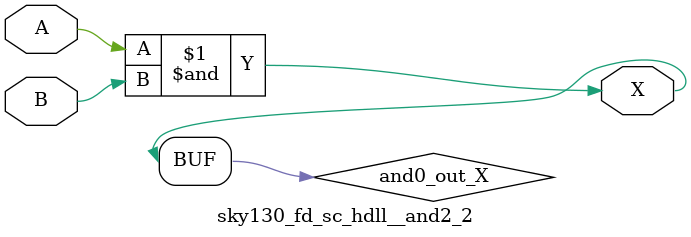
<source format=v>
/*
 * Copyright 2020 The SkyWater PDK Authors
 *
 * Licensed under the Apache License, Version 2.0 (the "License");
 * you may not use this file except in compliance with the License.
 * You may obtain a copy of the License at
 *
 *     https://www.apache.org/licenses/LICENSE-2.0
 *
 * Unless required by applicable law or agreed to in writing, software
 * distributed under the License is distributed on an "AS IS" BASIS,
 * WITHOUT WARRANTIES OR CONDITIONS OF ANY KIND, either express or implied.
 * See the License for the specific language governing permissions and
 * limitations under the License.
 *
 * SPDX-License-Identifier: Apache-2.0
*/


`ifndef SKY130_FD_SC_HDLL__AND2_2_FUNCTIONAL_V
`define SKY130_FD_SC_HDLL__AND2_2_FUNCTIONAL_V

/**
 * and2: 2-input AND.
 *
 * Verilog simulation functional model.
 */

`timescale 1ns / 1ps
`default_nettype none

`celldefine
module sky130_fd_sc_hdll__and2_2 (
    X,
    A,
    B
);

    // Module ports
    output X;
    input  A;
    input  B;

    // Local signals
    wire and0_out_X;

    //  Name  Output      Other arguments
    and and0 (and0_out_X, A, B           );
    buf buf0 (X         , and0_out_X     );

endmodule
`endcelldefine

`default_nettype wire
`endif  // SKY130_FD_SC_HDLL__AND2_2_FUNCTIONAL_V

</source>
